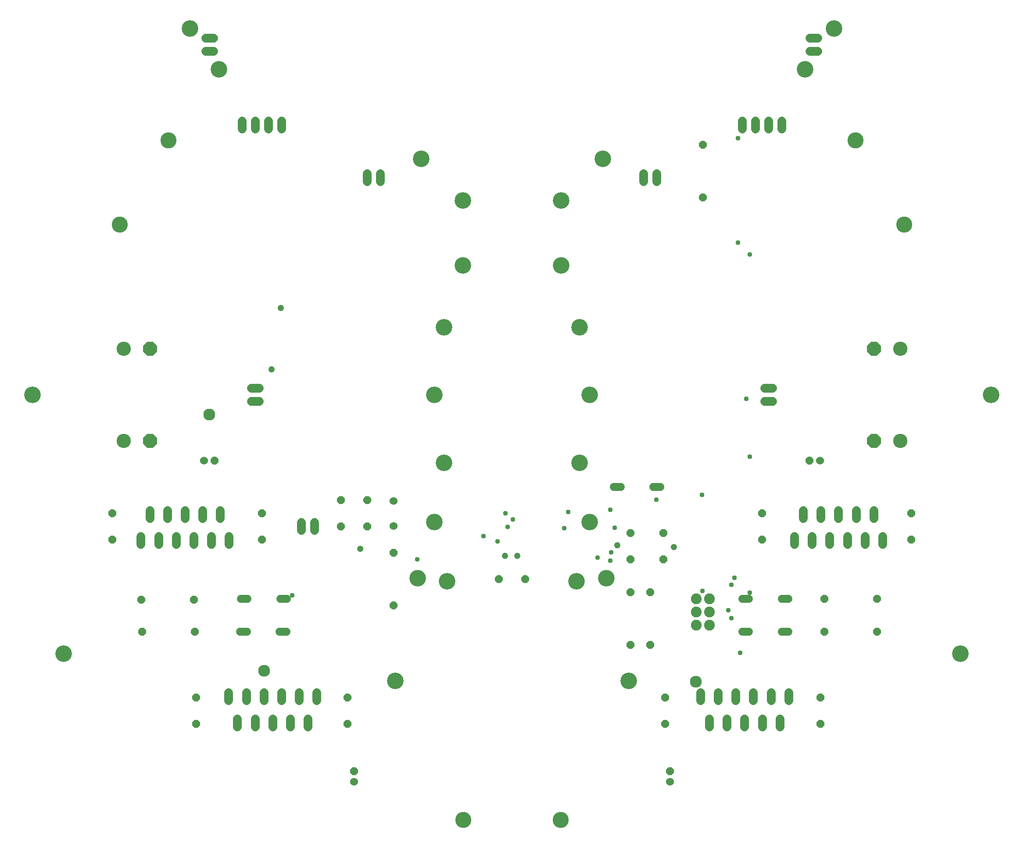
<source format=gbr>
G04 EAGLE Gerber RS-274X export*
G75*
%MOMM*%
%FSLAX34Y34*%
%LPD*%
%INSoldermask Bottom*%
%IPPOS*%
%AMOC8*
5,1,8,0,0,1.08239X$1,22.5*%
G01*
%ADD10C,3.203200*%
%ADD11C,3.103200*%
%ADD12P,1.649562X8X22.500000*%
%ADD13P,1.649562X8X202.500000*%
%ADD14C,1.524000*%
%ADD15P,1.649562X8X292.500000*%
%ADD16C,2.743200*%
%ADD17P,2.969212X8X22.500000*%
%ADD18P,1.649562X8X112.500000*%
%ADD19P,2.969212X8X202.500000*%
%ADD20C,1.524000*%
%ADD21C,1.727200*%
%ADD22C,2.082800*%
%ADD23C,1.219200*%
%ADD24C,0.959600*%
%ADD25C,2.298700*%


D10*
X-621263Y707101D03*
X-565860Y627977D03*
X565854Y627977D03*
X621257Y707101D03*
X-175004Y455510D03*
X175016Y455511D03*
X-95000Y374962D03*
X95000Y374962D03*
X-95000Y249962D03*
X95000Y249962D03*
X-130815Y130815D03*
X130815Y130815D03*
X-150008Y24D03*
X150008Y24D03*
X-130815Y-130815D03*
X130815Y-130815D03*
X-150008Y-245070D03*
X150008Y-245070D03*
X-181774Y-353844D03*
X-124968Y-359326D03*
X124968Y-359326D03*
X181774Y-353844D03*
X-224968Y-551826D03*
X224968Y-551826D03*
D11*
X-93750Y-820001D03*
X93761Y-819899D03*
D10*
X-865112Y-499474D03*
X-924893Y0D03*
D11*
X-757016Y328809D03*
X-663188Y491150D03*
X663266Y491189D03*
X756955Y328779D03*
D10*
X925005Y0D03*
X865112Y-499474D03*
D12*
X-330200Y-254000D03*
X-279400Y-254000D03*
D13*
X574040Y-127000D03*
D14*
X594360Y-127000D03*
D15*
X482600Y-228600D03*
X482600Y-279400D03*
X770890Y-228600D03*
X770890Y-279400D03*
D16*
X-749300Y-88900D03*
D17*
X-698500Y-88900D03*
D18*
X-304800Y-726440D03*
D14*
X-304800Y-746760D03*
D18*
X-317500Y-635000D03*
X-317500Y-584200D03*
X-609600Y-635000D03*
X-609600Y-584200D03*
D16*
X749300Y-88900D03*
D19*
X698500Y-88900D03*
D18*
X304800Y-726440D03*
D14*
X304800Y-746760D03*
D18*
X595630Y-635000D03*
X595630Y-584200D03*
D12*
X-330200Y-203200D03*
X-279400Y-203200D03*
D18*
X295910Y-635000D03*
X295910Y-584200D03*
X228600Y-317500D03*
X228600Y-266700D03*
X292100Y-317500D03*
X292100Y-266700D03*
D13*
X25400Y-355600D03*
X-25400Y-355600D03*
D16*
X-749300Y88900D03*
D17*
X-698500Y88900D03*
D12*
X-574040Y-127000D03*
D14*
X-594360Y-127000D03*
D15*
X-770890Y-228600D03*
X-770890Y-279400D03*
X-482600Y-228600D03*
X-482600Y-279400D03*
D16*
X749300Y88900D03*
D19*
X698500Y88900D03*
D20*
X209804Y-177800D02*
X196596Y-177800D01*
X272796Y-177800D02*
X286004Y-177800D01*
X-510286Y-393700D02*
X-523494Y-393700D01*
X-447294Y-393700D02*
X-434086Y-393700D01*
X520446Y-393700D02*
X533654Y-393700D01*
X457454Y-393700D02*
X444246Y-393700D01*
X-511556Y-457200D02*
X-524764Y-457200D01*
X-448564Y-457200D02*
X-435356Y-457200D01*
X520446Y-457200D02*
X533654Y-457200D01*
X457454Y-457200D02*
X444246Y-457200D01*
D21*
X-487680Y-12700D02*
X-502920Y-12700D01*
X-502920Y12700D02*
X-487680Y12700D01*
X520700Y513080D02*
X520700Y528320D01*
X495300Y528320D02*
X495300Y513080D01*
X469900Y513080D02*
X469900Y528320D01*
X444500Y528320D02*
X444500Y513080D01*
X-575310Y662900D02*
X-590550Y662900D01*
X-590550Y688300D02*
X-575310Y688300D01*
X575310Y662900D02*
X590550Y662900D01*
X590550Y688300D02*
X575310Y688300D01*
X-254000Y426720D02*
X-254000Y411480D01*
X-279400Y411480D02*
X-279400Y426720D01*
X254000Y426720D02*
X254000Y411480D01*
X279400Y411480D02*
X279400Y426720D01*
X-381000Y-246380D02*
X-381000Y-261620D01*
X-406400Y-261620D02*
X-406400Y-246380D01*
X487680Y12700D02*
X502920Y12700D01*
X502920Y-12700D02*
X487680Y-12700D01*
X-715835Y-273558D02*
X-715835Y-288798D01*
X-698817Y-238252D02*
X-698817Y-223012D01*
X-681799Y-273558D02*
X-681799Y-288798D01*
X-664781Y-238252D02*
X-664781Y-223012D01*
X-647763Y-273558D02*
X-647763Y-288798D01*
X-613727Y-288798D02*
X-613727Y-273558D01*
X-579691Y-273558D02*
X-579691Y-288798D01*
X-545655Y-288798D02*
X-545655Y-273558D01*
X-630745Y-238252D02*
X-630745Y-223012D01*
X-596709Y-223012D02*
X-596709Y-238252D01*
X-562673Y-238252D02*
X-562673Y-223012D01*
X545275Y-273558D02*
X545275Y-288798D01*
X562293Y-238252D02*
X562293Y-223012D01*
X579311Y-273558D02*
X579311Y-288798D01*
X596329Y-238252D02*
X596329Y-223012D01*
X613347Y-273558D02*
X613347Y-288798D01*
X647383Y-288798D02*
X647383Y-273558D01*
X681419Y-273558D02*
X681419Y-288798D01*
X715455Y-288798D02*
X715455Y-273558D01*
X630365Y-238252D02*
X630365Y-223012D01*
X664401Y-223012D02*
X664401Y-238252D01*
X698437Y-238252D02*
X698437Y-223012D01*
X-376365Y-574802D02*
X-376365Y-590042D01*
X-393383Y-625348D02*
X-393383Y-640588D01*
X-410401Y-590042D02*
X-410401Y-574802D01*
X-427419Y-625348D02*
X-427419Y-640588D01*
X-444437Y-590042D02*
X-444437Y-574802D01*
X-478473Y-574802D02*
X-478473Y-590042D01*
X-512509Y-590042D02*
X-512509Y-574802D01*
X-546545Y-574802D02*
X-546545Y-590042D01*
X-461455Y-625348D02*
X-461455Y-640588D01*
X-495491Y-640588D02*
X-495491Y-625348D01*
X-529527Y-625348D02*
X-529527Y-640588D01*
X534225Y-590042D02*
X534225Y-574802D01*
X517207Y-625348D02*
X517207Y-640588D01*
X500189Y-590042D02*
X500189Y-574802D01*
X483171Y-625348D02*
X483171Y-640588D01*
X466153Y-590042D02*
X466153Y-574802D01*
X432117Y-574802D02*
X432117Y-590042D01*
X398081Y-590042D02*
X398081Y-574802D01*
X364045Y-574802D02*
X364045Y-590042D01*
X449135Y-625348D02*
X449135Y-640588D01*
X415099Y-640588D02*
X415099Y-625348D01*
X381063Y-625348D02*
X381063Y-640588D01*
D15*
X228600Y-381000D03*
X228600Y-482600D03*
D13*
X-613410Y-394970D03*
X-715010Y-394970D03*
D15*
X-228600Y-304800D03*
X-228600Y-406400D03*
D12*
X603250Y-393700D03*
X704850Y-393700D03*
D13*
X-612140Y-457200D03*
X-713740Y-457200D03*
D12*
X603250Y-457200D03*
X704850Y-457200D03*
D18*
X266700Y-482600D03*
X266700Y-381000D03*
D15*
X368300Y482600D03*
X368300Y381000D03*
D21*
X-520700Y513080D02*
X-520700Y528320D01*
X-495300Y528320D02*
X-495300Y513080D01*
X-469900Y513080D02*
X-469900Y528320D01*
X-444500Y528320D02*
X-444500Y513080D01*
D14*
X-228600Y-252730D03*
X-228600Y-204470D03*
D22*
X355600Y-393700D03*
X381000Y-393700D03*
X355600Y-419100D03*
X381000Y-419100D03*
X355600Y-444500D03*
X381000Y-444500D03*
D23*
X-13716Y-310896D03*
X203454Y-290322D03*
X312420Y-293370D03*
D24*
X189738Y-320040D03*
D23*
X-464058Y49530D03*
D24*
X1524Y-240030D03*
X-12192Y-228600D03*
X423672Y-366522D03*
X-8382Y-254508D03*
X-182880Y-317754D03*
X-27432Y-282702D03*
X-423672Y-387096D03*
X367284Y-378714D03*
X-54864Y-272796D03*
X108204Y-225552D03*
X417576Y-415290D03*
X440436Y-497586D03*
X278892Y-201930D03*
X429768Y-352806D03*
X458724Y-381762D03*
X198120Y-256032D03*
X423672Y-430530D03*
X366522Y-192786D03*
X458724Y-119634D03*
X458724Y271272D03*
X435864Y495300D03*
X165354Y-313944D03*
X452628Y-7620D03*
X191262Y-304038D03*
X100584Y-257556D03*
X189738Y-221742D03*
X435864Y294132D03*
D23*
X-292608Y-297180D03*
X9906Y-310896D03*
X-445770Y167640D03*
D25*
X-584200Y-38100D03*
X-478536Y-532638D03*
X355092Y-553212D03*
M02*

</source>
